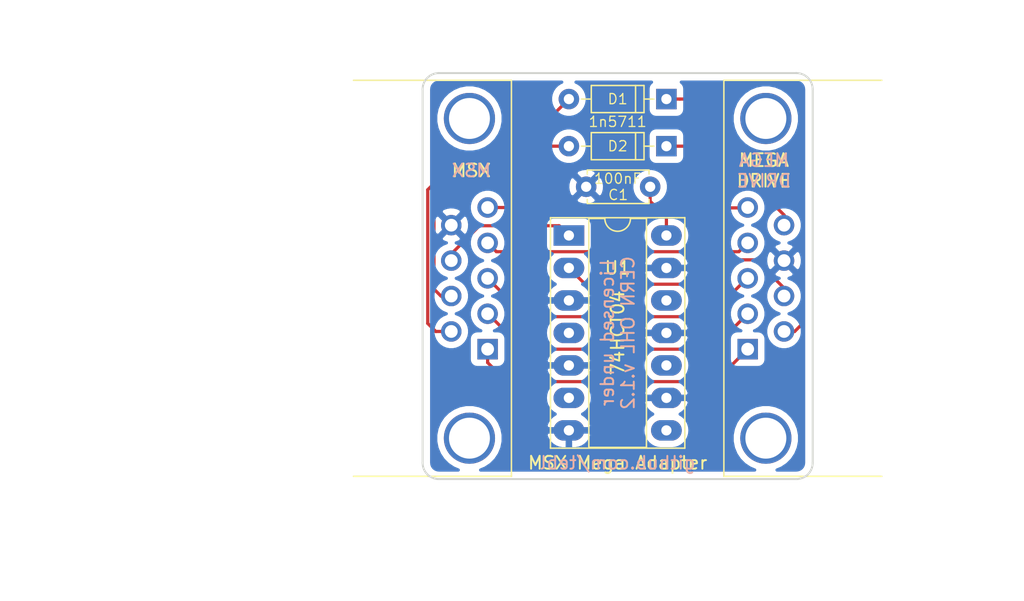
<source format=kicad_pcb>
(kicad_pcb (version 20171130) (host pcbnew "(5.1.8)-1")

  (general
    (thickness 1.6)
    (drawings 15)
    (tracks 56)
    (zones 0)
    (modules 6)
    (nets 13)
  )

  (page A4)
  (layers
    (0 F.Cu signal)
    (31 B.Cu signal)
    (32 B.Adhes user)
    (33 F.Adhes user)
    (34 B.Paste user)
    (35 F.Paste user)
    (36 B.SilkS user)
    (37 F.SilkS user)
    (38 B.Mask user)
    (39 F.Mask user)
    (40 Dwgs.User user)
    (41 Cmts.User user)
    (42 Eco1.User user)
    (43 Eco2.User user)
    (44 Edge.Cuts user)
    (45 Margin user)
    (46 B.CrtYd user)
    (47 F.CrtYd user)
    (48 B.Fab user)
    (49 F.Fab user)
  )

  (setup
    (last_trace_width 0.25)
    (trace_clearance 0.2)
    (zone_clearance 0.508)
    (zone_45_only no)
    (trace_min 0.2)
    (via_size 0.6)
    (via_drill 0.4)
    (via_min_size 0.4)
    (via_min_drill 0.3)
    (uvia_size 0.3)
    (uvia_drill 0.1)
    (uvias_allowed no)
    (uvia_min_size 0.2)
    (uvia_min_drill 0.1)
    (edge_width 0.15)
    (segment_width 0.2)
    (pcb_text_width 0.3)
    (pcb_text_size 1.5 1.5)
    (mod_edge_width 0.15)
    (mod_text_size 1 1)
    (mod_text_width 0.15)
    (pad_size 1.524 1.524)
    (pad_drill 0.762)
    (pad_to_mask_clearance 0)
    (aux_axis_origin 0 0)
    (visible_elements 7FFFFF7F)
    (pcbplotparams
      (layerselection 0x011fc_ffffffff)
      (usegerberextensions true)
      (usegerberattributes false)
      (usegerberadvancedattributes false)
      (creategerberjobfile false)
      (excludeedgelayer true)
      (linewidth 0.100000)
      (plotframeref false)
      (viasonmask false)
      (mode 1)
      (useauxorigin false)
      (hpglpennumber 1)
      (hpglpenspeed 20)
      (hpglpendiameter 15.000000)
      (psnegative false)
      (psa4output false)
      (plotreference true)
      (plotvalue true)
      (plotinvisibletext false)
      (padsonsilk false)
      (subtractmaskfromsilk false)
      (outputformat 1)
      (mirror false)
      (drillshape 0)
      (scaleselection 1)
      (outputdirectory "export"))
  )

  (net 0 "")
  (net 1 VCC)
  (net 2 GND)
  (net 3 DOWN)
  (net 4 LEFT)
  (net 5 RIGHT)
  (net 6 UP)
  (net 7 "Net-(D1-Pad1)")
  (net 8 TRIGGER2)
  (net 9 TRIGGER1)
  (net 10 "Net-(D2-Pad1)")
  (net 11 OUT)
  (net 12 "Net-(J2-Pad7)")

  (net_class Default "This is the default net class."
    (clearance 0.2)
    (trace_width 0.25)
    (via_dia 0.6)
    (via_drill 0.4)
    (uvia_dia 0.3)
    (uvia_drill 0.1)
    (add_net DOWN)
    (add_net GND)
    (add_net LEFT)
    (add_net "Net-(D1-Pad1)")
    (add_net "Net-(D2-Pad1)")
    (add_net "Net-(J2-Pad7)")
    (add_net OUT)
    (add_net RIGHT)
    (add_net TRIGGER1)
    (add_net TRIGGER2)
    (add_net UP)
    (add_net VCC)
  )

  (net_class Power ""
    (clearance 0.2)
    (trace_width 0.381)
    (via_dia 0.6)
    (via_drill 0.4)
    (uvia_dia 0.3)
    (uvia_drill 0.1)
  )

  (module Capacitors_THT:C_Disc_D4.7mm_W2.5mm_P5.00mm (layer F.Cu) (tedit 597BC7C2) (tstamp 5FCED085)
    (at 133.985 67.945 180)
    (descr "C, Disc series, Radial, pin pitch=5.00mm, , diameter*width=4.7*2.5mm^2, Capacitor, http://www.vishay.com/docs/45233/krseries.pdf")
    (tags "C Disc series Radial pin pitch 5.00mm  diameter 4.7mm width 2.5mm Capacitor")
    (path /5FD32F7C)
    (fp_text reference C1 (at 2.5 -0.635) (layer F.SilkS)
      (effects (font (size 0.8 0.8) (thickness 0.1)))
    )
    (fp_text value 100nF (at 2.54 0.635) (layer F.SilkS)
      (effects (font (size 0.8 0.8) (thickness 0.1)))
    )
    (fp_line (start 0.15 -1.25) (end 0.15 1.25) (layer F.Fab) (width 0.1))
    (fp_line (start 0.15 1.25) (end 4.85 1.25) (layer F.Fab) (width 0.1))
    (fp_line (start 4.85 1.25) (end 4.85 -1.25) (layer F.Fab) (width 0.1))
    (fp_line (start 4.85 -1.25) (end 0.15 -1.25) (layer F.Fab) (width 0.1))
    (fp_line (start 0.09 -1.31) (end 4.91 -1.31) (layer F.SilkS) (width 0.12))
    (fp_line (start 0.09 1.31) (end 4.91 1.31) (layer F.SilkS) (width 0.12))
    (fp_line (start 0.09 -1.31) (end 0.09 -0.996) (layer F.SilkS) (width 0.12))
    (fp_line (start 0.09 0.996) (end 0.09 1.31) (layer F.SilkS) (width 0.12))
    (fp_line (start 4.91 -1.31) (end 4.91 -0.996) (layer F.SilkS) (width 0.12))
    (fp_line (start 4.91 0.996) (end 4.91 1.31) (layer F.SilkS) (width 0.12))
    (fp_line (start -1.05 -1.6) (end -1.05 1.6) (layer F.CrtYd) (width 0.05))
    (fp_line (start -1.05 1.6) (end 6.05 1.6) (layer F.CrtYd) (width 0.05))
    (fp_line (start 6.05 1.6) (end 6.05 -1.6) (layer F.CrtYd) (width 0.05))
    (fp_line (start 6.05 -1.6) (end -1.05 -1.6) (layer F.CrtYd) (width 0.05))
    (fp_text user %R (at 2.5 0) (layer F.Fab)
      (effects (font (size 1 1) (thickness 0.15)))
    )
    (pad 2 thru_hole circle (at 5 0 180) (size 1.6 1.6) (drill 0.8) (layers *.Cu *.Mask)
      (net 2 GND))
    (pad 1 thru_hole circle (at 0 0 180) (size 1.6 1.6) (drill 0.8) (layers *.Cu *.Mask)
      (net 1 VCC))
    (model ${KISYS3DMOD}/Capacitors_THT.3dshapes/C_Disc_D4.7mm_W2.5mm_P5.00mm.wrl
      (at (xyz 0 0 0))
      (scale (xyz 1 1 1))
      (rotate (xyz 0 0 0))
    )
  )

  (module Housings_DIP:DIP-14_W7.62mm_Socket_LongPads (layer F.Cu) (tedit 59C78D6B) (tstamp 5FCED0E1)
    (at 127.635 71.755)
    (descr "14-lead though-hole mounted DIP package, row spacing 7.62 mm (300 mils), Socket, LongPads")
    (tags "THT DIP DIL PDIP 2.54mm 7.62mm 300mil Socket LongPads")
    (path /5FCFA488)
    (fp_text reference U1 (at 3.81 2.54) (layer F.SilkS)
      (effects (font (size 1 1) (thickness 0.15)))
    )
    (fp_text value 74HCT04 (at 3.81 7.62 90) (layer F.SilkS)
      (effects (font (size 1 1) (thickness 0.15)))
    )
    (fp_line (start 1.635 -1.27) (end 6.985 -1.27) (layer F.Fab) (width 0.1))
    (fp_line (start 6.985 -1.27) (end 6.985 16.51) (layer F.Fab) (width 0.1))
    (fp_line (start 6.985 16.51) (end 0.635 16.51) (layer F.Fab) (width 0.1))
    (fp_line (start 0.635 16.51) (end 0.635 -0.27) (layer F.Fab) (width 0.1))
    (fp_line (start 0.635 -0.27) (end 1.635 -1.27) (layer F.Fab) (width 0.1))
    (fp_line (start -1.27 -1.33) (end -1.27 16.57) (layer F.Fab) (width 0.1))
    (fp_line (start -1.27 16.57) (end 8.89 16.57) (layer F.Fab) (width 0.1))
    (fp_line (start 8.89 16.57) (end 8.89 -1.33) (layer F.Fab) (width 0.1))
    (fp_line (start 8.89 -1.33) (end -1.27 -1.33) (layer F.Fab) (width 0.1))
    (fp_line (start 2.81 -1.33) (end 1.56 -1.33) (layer F.SilkS) (width 0.12))
    (fp_line (start 1.56 -1.33) (end 1.56 16.57) (layer F.SilkS) (width 0.12))
    (fp_line (start 1.56 16.57) (end 6.06 16.57) (layer F.SilkS) (width 0.12))
    (fp_line (start 6.06 16.57) (end 6.06 -1.33) (layer F.SilkS) (width 0.12))
    (fp_line (start 6.06 -1.33) (end 4.81 -1.33) (layer F.SilkS) (width 0.12))
    (fp_line (start -1.44 -1.39) (end -1.44 16.63) (layer F.SilkS) (width 0.12))
    (fp_line (start -1.44 16.63) (end 9.06 16.63) (layer F.SilkS) (width 0.12))
    (fp_line (start 9.06 16.63) (end 9.06 -1.39) (layer F.SilkS) (width 0.12))
    (fp_line (start 9.06 -1.39) (end -1.44 -1.39) (layer F.SilkS) (width 0.12))
    (fp_line (start -1.55 -1.6) (end -1.55 16.85) (layer F.CrtYd) (width 0.05))
    (fp_line (start -1.55 16.85) (end 9.15 16.85) (layer F.CrtYd) (width 0.05))
    (fp_line (start 9.15 16.85) (end 9.15 -1.6) (layer F.CrtYd) (width 0.05))
    (fp_line (start 9.15 -1.6) (end -1.55 -1.6) (layer F.CrtYd) (width 0.05))
    (fp_text user %R (at 3.81 2.54) (layer F.Fab)
      (effects (font (size 1 1) (thickness 0.15)))
    )
    (fp_arc (start 3.81 -1.33) (end 2.81 -1.33) (angle -180) (layer F.SilkS) (width 0.12))
    (pad 14 thru_hole oval (at 7.62 0) (size 2.4 1.6) (drill 0.8) (layers *.Cu *.Mask)
      (net 1 VCC))
    (pad 7 thru_hole oval (at 0 15.24) (size 2.4 1.6) (drill 0.8) (layers *.Cu *.Mask)
      (net 2 GND))
    (pad 13 thru_hole oval (at 7.62 2.54) (size 2.4 1.6) (drill 0.8) (layers *.Cu *.Mask)
      (net 2 GND))
    (pad 6 thru_hole oval (at 0 12.7) (size 2.4 1.6) (drill 0.8) (layers *.Cu *.Mask))
    (pad 12 thru_hole oval (at 7.62 5.08) (size 2.4 1.6) (drill 0.8) (layers *.Cu *.Mask))
    (pad 5 thru_hole oval (at 0 10.16) (size 2.4 1.6) (drill 0.8) (layers *.Cu *.Mask)
      (net 2 GND))
    (pad 11 thru_hole oval (at 7.62 7.62) (size 2.4 1.6) (drill 0.8) (layers *.Cu *.Mask)
      (net 2 GND))
    (pad 4 thru_hole oval (at 0 7.62) (size 2.4 1.6) (drill 0.8) (layers *.Cu *.Mask))
    (pad 10 thru_hole oval (at 7.62 10.16) (size 2.4 1.6) (drill 0.8) (layers *.Cu *.Mask))
    (pad 3 thru_hole oval (at 0 5.08) (size 2.4 1.6) (drill 0.8) (layers *.Cu *.Mask)
      (net 2 GND))
    (pad 9 thru_hole oval (at 7.62 12.7) (size 2.4 1.6) (drill 0.8) (layers *.Cu *.Mask)
      (net 2 GND))
    (pad 2 thru_hole oval (at 0 2.54) (size 2.4 1.6) (drill 0.8) (layers *.Cu *.Mask)
      (net 12 "Net-(J2-Pad7)"))
    (pad 8 thru_hole oval (at 7.62 15.24) (size 2.4 1.6) (drill 0.8) (layers *.Cu *.Mask))
    (pad 1 thru_hole rect (at 0 0) (size 2.4 1.6) (drill 0.8) (layers *.Cu *.Mask)
      (net 11 OUT))
    (model ${KISYS3DMOD}/Housings_DIP.3dshapes/DIP-14_W7.62mm_Socket.wrl
      (at (xyz 0 0 0))
      (scale (xyz 1 1 1))
      (rotate (xyz 0 0 0))
    )
  )

  (module RND:DSUB-9_Female_Horizontal_P2.77x2.84mm_EdgePinOffset7.70mm_Housed_MountingHolesOffset9.12mm (layer F.Cu) (tedit 5DA6297E) (tstamp 5D11216C)
    (at 121.285 80.645 270)
    (descr "9-pin D-Sub connector, horizontal/angled (90 deg), THT-mount, female, pitch 2.77x2.84mm, pin-PCB-offset 7.699999999999999mm, distance of mounting holes 25mm, distance of mounting holes to PCB edge 9.12mm, see https://disti-assets.s3.amazonaws.com/tonar/files/datasheets/16730.pdf")
    (tags "9-pin D-Sub connector horizontal angled 90deg THT female pitch 2.77x2.84mm pin-PCB-offset 7.699999999999999mm mounting-holes-distance 25mm mounting-hole-offset 25mm")
    (path /5D1376D7)
    (fp_text reference J1 (at -5.54 -2.8 270) (layer F.SilkS) hide
      (effects (font (size 1 1) (thickness 0.15)))
    )
    (fp_text value MSX (at -22.86 1.27) (layer F.Fab)
      (effects (font (size 1 1) (thickness 0.15)))
    )
    (fp_line (start 10.4 -2.35) (end -21.5 -2.35) (layer F.CrtYd) (width 0.05))
    (fp_line (start 10.4 17.65) (end 10.4 -2.35) (layer F.CrtYd) (width 0.05))
    (fp_line (start -21.5 17.65) (end 10.4 17.65) (layer F.CrtYd) (width 0.05))
    (fp_line (start -21.5 -2.35) (end -21.5 17.65) (layer F.CrtYd) (width 0.05))
    (fp_line (start 9.945 -1.86) (end 9.945 10.48) (layer F.SilkS) (width 0.12))
    (fp_line (start -21.025 -1.86) (end 9.945 -1.86) (layer F.SilkS) (width 0.12))
    (fp_line (start -21.025 10.48) (end -21.025 -1.86) (layer F.SilkS) (width 0.12))
    (fp_line (start 8.56 10.54) (end 8.56 1.42) (layer F.Fab) (width 0.1))
    (fp_line (start 5.36 10.54) (end 5.36 1.42) (layer F.Fab) (width 0.1))
    (fp_line (start -16.44 10.54) (end -16.44 1.42) (layer F.Fab) (width 0.1))
    (fp_line (start -19.64 10.54) (end -19.64 1.42) (layer F.Fab) (width 0.1))
    (fp_line (start 9.46 10.94) (end 4.46 10.94) (layer F.Fab) (width 0.1))
    (fp_line (start 9.46 15.94) (end 9.46 10.94) (layer F.Fab) (width 0.1))
    (fp_line (start 4.46 15.94) (end 9.46 15.94) (layer F.Fab) (width 0.1))
    (fp_line (start 4.46 10.94) (end 4.46 15.94) (layer F.Fab) (width 0.1))
    (fp_line (start -15.54 10.94) (end -20.54 10.94) (layer F.Fab) (width 0.1))
    (fp_line (start -15.54 15.94) (end -15.54 10.94) (layer F.Fab) (width 0.1))
    (fp_line (start -20.54 15.94) (end -15.54 15.94) (layer F.Fab) (width 0.1))
    (fp_line (start -20.54 10.94) (end -20.54 15.94) (layer F.Fab) (width 0.1))
    (fp_line (start 2.61 10.94) (end -13.69 10.94) (layer F.Fab) (width 0.1))
    (fp_line (start 2.61 17.11) (end 2.61 10.94) (layer F.Fab) (width 0.1))
    (fp_line (start -13.69 17.11) (end 2.61 17.11) (layer F.Fab) (width 0.1))
    (fp_line (start -13.69 10.94) (end -13.69 17.11) (layer F.Fab) (width 0.1))
    (fp_line (start 9.885 10.54) (end -20.965 10.54) (layer F.Fab) (width 0.1))
    (fp_line (start 9.885 10.94) (end 9.885 10.54) (layer F.Fab) (width 0.1))
    (fp_line (start -20.965 10.94) (end 9.885 10.94) (layer F.Fab) (width 0.1))
    (fp_line (start -20.965 10.54) (end -20.965 10.94) (layer F.Fab) (width 0.1))
    (fp_line (start 9.885 -1.8) (end -20.965 -1.8) (layer F.Fab) (width 0.1))
    (fp_line (start 9.885 10.54) (end 9.885 -1.8) (layer F.Fab) (width 0.1))
    (fp_line (start -20.965 10.54) (end 9.885 10.54) (layer F.Fab) (width 0.1))
    (fp_line (start -20.965 -1.8) (end -20.965 10.54) (layer F.Fab) (width 0.1))
    (fp_arc (start -18.04 1.42) (end -19.64 1.42) (angle 180) (layer F.Fab) (width 0.1))
    (fp_arc (start 6.96 1.42) (end 5.36 1.42) (angle 180) (layer F.Fab) (width 0.1))
    (fp_text user %R (at -5.54 14.025 270) (layer F.Fab)
      (effects (font (size 1 1) (thickness 0.15)))
    )
    (pad 1 thru_hole rect (at 0 0 270) (size 1.6 1.6) (drill 1) (layers *.Cu *.Mask)
      (net 6 UP))
    (pad 2 thru_hole circle (at -2.77 0 270) (size 1.6 1.6) (drill 1) (layers *.Cu *.Mask)
      (net 3 DOWN))
    (pad 3 thru_hole circle (at -5.54 0 270) (size 1.6 1.6) (drill 1) (layers *.Cu *.Mask)
      (net 4 LEFT))
    (pad 4 thru_hole circle (at -8.31 0 270) (size 1.6 1.6) (drill 1) (layers *.Cu *.Mask)
      (net 5 RIGHT))
    (pad 5 thru_hole circle (at -11.08 0 270) (size 1.6 1.6) (drill 1) (layers *.Cu *.Mask)
      (net 1 VCC))
    (pad 6 thru_hole circle (at -1.385 2.84 270) (size 1.6 1.6) (drill 1) (layers *.Cu *.Mask)
      (net 9 TRIGGER1))
    (pad 7 thru_hole circle (at -4.155 2.84 270) (size 1.6 1.6) (drill 1) (layers *.Cu *.Mask)
      (net 8 TRIGGER2))
    (pad 8 thru_hole circle (at -6.925 2.84 270) (size 1.6 1.6) (drill 1) (layers *.Cu *.Mask)
      (net 11 OUT))
    (pad 9 thru_hole circle (at -9.695 2.84 270) (size 1.6 1.6) (drill 1) (layers *.Cu *.Mask)
      (net 2 GND))
    (pad 0 thru_hole circle (at -18.04 1.42 270) (size 4 4) (drill 3.2) (layers *.Cu *.Mask))
    (pad 0 thru_hole circle (at 6.96 1.42 270) (size 4 4) (drill 3.2) (layers *.Cu *.Mask))
    (model ${KISYS3DMOD}/Connector_Dsub.3dshapes/DSUB-9_Female_Horizontal_P2.77x2.84mm_EdgePinOffset7.70mm_Housed_MountingHolesOffset9.12mm.wrl
      (at (xyz 0 0 0))
      (scale (xyz 1 1 1))
      (rotate (xyz 0 0 0))
    )
  )

  (module RND:DSUB-9_Male_Horizontal_P2.77x2.84mm_EdgePinOffset7.70mm_Housed_MountingHolesOffset9.12mm (layer F.Cu) (tedit 5DA62972) (tstamp 5DA618ED)
    (at 141.605 80.645 90)
    (descr "9-pin D-Sub connector, horizontal/angled (90 deg), THT-mount, male, pitch 2.77x2.84mm, pin-PCB-offset 7.699999999999999mm, distance of mounting holes 25mm, distance of mounting holes to PCB edge 9.12mm, see https://disti-assets.s3.amazonaws.com/tonar/files/datasheets/16730.pdf")
    (tags "9-pin D-Sub connector horizontal angled 90deg THT male pitch 2.77x2.84mm pin-PCB-offset 7.699999999999999mm mounting-holes-distance 25mm mounting-hole-offset 25mm")
    (path /5D1378A3)
    (fp_text reference J2 (at 5.54 -2.8 90) (layer F.SilkS) hide
      (effects (font (size 1 1) (thickness 0.15)))
    )
    (fp_text value "Mega Drive" (at 22.86 1.27 180) (layer F.Fab)
      (effects (font (size 1 1) (thickness 0.15)))
    )
    (fp_line (start 21.5 -2.35) (end -10.4 -2.35) (layer F.CrtYd) (width 0.05))
    (fp_line (start 21.5 17.45) (end 21.5 -2.35) (layer F.CrtYd) (width 0.05))
    (fp_line (start -10.4 17.45) (end 21.5 17.45) (layer F.CrtYd) (width 0.05))
    (fp_line (start -10.4 -2.35) (end -10.4 17.45) (layer F.CrtYd) (width 0.05))
    (fp_line (start 21.025 -1.86) (end 21.025 10.48) (layer F.SilkS) (width 0.12))
    (fp_line (start -9.945 -1.86) (end 21.025 -1.86) (layer F.SilkS) (width 0.12))
    (fp_line (start -9.945 10.48) (end -9.945 -1.86) (layer F.SilkS) (width 0.12))
    (fp_line (start 19.64 10.54) (end 19.64 1.42) (layer F.Fab) (width 0.1))
    (fp_line (start 16.44 10.54) (end 16.44 1.42) (layer F.Fab) (width 0.1))
    (fp_line (start -5.36 10.54) (end -5.36 1.42) (layer F.Fab) (width 0.1))
    (fp_line (start -8.56 10.54) (end -8.56 1.42) (layer F.Fab) (width 0.1))
    (fp_line (start 20.54 10.94) (end 15.54 10.94) (layer F.Fab) (width 0.1))
    (fp_line (start 20.54 15.94) (end 20.54 10.94) (layer F.Fab) (width 0.1))
    (fp_line (start 15.54 15.94) (end 20.54 15.94) (layer F.Fab) (width 0.1))
    (fp_line (start 15.54 10.94) (end 15.54 15.94) (layer F.Fab) (width 0.1))
    (fp_line (start -4.46 10.94) (end -9.46 10.94) (layer F.Fab) (width 0.1))
    (fp_line (start -4.46 15.94) (end -4.46 10.94) (layer F.Fab) (width 0.1))
    (fp_line (start -9.46 15.94) (end -4.46 15.94) (layer F.Fab) (width 0.1))
    (fp_line (start -9.46 10.94) (end -9.46 15.94) (layer F.Fab) (width 0.1))
    (fp_line (start 13.69 10.94) (end -2.61 10.94) (layer F.Fab) (width 0.1))
    (fp_line (start 13.69 16.94) (end 13.69 10.94) (layer F.Fab) (width 0.1))
    (fp_line (start -2.61 16.94) (end 13.69 16.94) (layer F.Fab) (width 0.1))
    (fp_line (start -2.61 10.94) (end -2.61 16.94) (layer F.Fab) (width 0.1))
    (fp_line (start 20.965 10.54) (end -9.885 10.54) (layer F.Fab) (width 0.1))
    (fp_line (start 20.965 10.94) (end 20.965 10.54) (layer F.Fab) (width 0.1))
    (fp_line (start -9.885 10.94) (end 20.965 10.94) (layer F.Fab) (width 0.1))
    (fp_line (start -9.885 10.54) (end -9.885 10.94) (layer F.Fab) (width 0.1))
    (fp_line (start 20.965 -1.8) (end -9.885 -1.8) (layer F.Fab) (width 0.1))
    (fp_line (start 20.965 10.54) (end 20.965 -1.8) (layer F.Fab) (width 0.1))
    (fp_line (start -9.885 10.54) (end 20.965 10.54) (layer F.Fab) (width 0.1))
    (fp_line (start -9.885 -1.8) (end -9.885 10.54) (layer F.Fab) (width 0.1))
    (fp_arc (start -6.96 1.42) (end -8.56 1.42) (angle 180) (layer F.Fab) (width 0.1))
    (fp_arc (start 18.04 1.42) (end 16.44 1.42) (angle 180) (layer F.Fab) (width 0.1))
    (fp_text user %R (at 5.54 13.94 90) (layer F.Fab)
      (effects (font (size 1 1) (thickness 0.15)))
    )
    (pad 1 thru_hole rect (at 0 0 90) (size 1.6 1.6) (drill 1) (layers *.Cu *.Mask)
      (net 6 UP))
    (pad 2 thru_hole circle (at 2.77 0 90) (size 1.6 1.6) (drill 1) (layers *.Cu *.Mask)
      (net 3 DOWN))
    (pad 3 thru_hole circle (at 5.54 0 90) (size 1.6 1.6) (drill 1) (layers *.Cu *.Mask)
      (net 4 LEFT))
    (pad 4 thru_hole circle (at 8.31 0 90) (size 1.6 1.6) (drill 1) (layers *.Cu *.Mask)
      (net 5 RIGHT))
    (pad 5 thru_hole circle (at 11.08 0 90) (size 1.6 1.6) (drill 1) (layers *.Cu *.Mask)
      (net 1 VCC))
    (pad 6 thru_hole circle (at 1.385 2.84 90) (size 1.6 1.6) (drill 1) (layers *.Cu *.Mask)
      (net 7 "Net-(D1-Pad1)"))
    (pad 7 thru_hole circle (at 4.155 2.84 90) (size 1.6 1.6) (drill 1) (layers *.Cu *.Mask)
      (net 12 "Net-(J2-Pad7)"))
    (pad 8 thru_hole circle (at 6.925 2.84 90) (size 1.6 1.6) (drill 1) (layers *.Cu *.Mask)
      (net 2 GND))
    (pad 9 thru_hole circle (at 9.695 2.84 90) (size 1.6 1.6) (drill 1) (layers *.Cu *.Mask)
      (net 10 "Net-(D2-Pad1)"))
    (pad 0 thru_hole circle (at -6.96 1.42 90) (size 4 4) (drill 3.2) (layers *.Cu *.Mask))
    (pad 0 thru_hole circle (at 18.04 1.42 90) (size 4 4) (drill 3.2) (layers *.Cu *.Mask))
    (model ${KISYS3DMOD}/Connector_Dsub.3dshapes/DSUB-9_Male_Horizontal_P2.77x2.84mm_EdgePinOffset7.70mm_Housed_MountingHolesOffset9.12mm.wrl
      (at (xyz 0 0 0))
      (scale (xyz 1 1 1))
      (rotate (xyz 0 0 0))
    )
  )

  (module Diodes_THT:D_DO-35_SOD27_P7.62mm_Horizontal (layer F.Cu) (tedit 5921392F) (tstamp 5FCED598)
    (at 135.255 64.77 180)
    (descr "D, DO-35_SOD27 series, Axial, Horizontal, pin pitch=7.62mm, , length*diameter=4*2mm^2, , http://www.diodes.com/_files/packages/DO-35.pdf")
    (tags "D DO-35_SOD27 series Axial Horizontal pin pitch 7.62mm  length 4mm diameter 2mm")
    (path /5FD1D1D6)
    (fp_text reference D2 (at 3.81 0) (layer F.SilkS)
      (effects (font (size 0.8 0.8) (thickness 0.1)))
    )
    (fp_text value 1n5711 (at 3.81 1.905) (layer F.SilkS)
      (effects (font (size 0.8 0.8) (thickness 0.1)))
    )
    (fp_line (start 8.7 -1.35) (end -1.05 -1.35) (layer F.CrtYd) (width 0.05))
    (fp_line (start 8.7 1.35) (end 8.7 -1.35) (layer F.CrtYd) (width 0.05))
    (fp_line (start -1.05 1.35) (end 8.7 1.35) (layer F.CrtYd) (width 0.05))
    (fp_line (start -1.05 -1.35) (end -1.05 1.35) (layer F.CrtYd) (width 0.05))
    (fp_line (start 2.41 -1.06) (end 2.41 1.06) (layer F.SilkS) (width 0.12))
    (fp_line (start 6.64 0) (end 5.87 0) (layer F.SilkS) (width 0.12))
    (fp_line (start 0.98 0) (end 1.75 0) (layer F.SilkS) (width 0.12))
    (fp_line (start 5.87 -1.06) (end 1.75 -1.06) (layer F.SilkS) (width 0.12))
    (fp_line (start 5.87 1.06) (end 5.87 -1.06) (layer F.SilkS) (width 0.12))
    (fp_line (start 1.75 1.06) (end 5.87 1.06) (layer F.SilkS) (width 0.12))
    (fp_line (start 1.75 -1.06) (end 1.75 1.06) (layer F.SilkS) (width 0.12))
    (fp_line (start 2.41 -1) (end 2.41 1) (layer F.Fab) (width 0.1))
    (fp_line (start 7.62 0) (end 5.81 0) (layer F.Fab) (width 0.1))
    (fp_line (start 0 0) (end 1.81 0) (layer F.Fab) (width 0.1))
    (fp_line (start 5.81 -1) (end 1.81 -1) (layer F.Fab) (width 0.1))
    (fp_line (start 5.81 1) (end 5.81 -1) (layer F.Fab) (width 0.1))
    (fp_line (start 1.81 1) (end 5.81 1) (layer F.Fab) (width 0.1))
    (fp_line (start 1.81 -1) (end 1.81 1) (layer F.Fab) (width 0.1))
    (fp_text user %R (at 3.81 0) (layer F.Fab)
      (effects (font (size 1 1) (thickness 0.15)))
    )
    (pad 1 thru_hole rect (at 0 0 180) (size 1.6 1.6) (drill 0.8) (layers *.Cu *.Mask)
      (net 10 "Net-(D2-Pad1)"))
    (pad 2 thru_hole oval (at 7.62 0 180) (size 1.6 1.6) (drill 0.8) (layers *.Cu *.Mask)
      (net 8 TRIGGER2))
    (model ${KISYS3DMOD}/Diodes_THT.3dshapes/D_DO-35_SOD27_P7.62mm_Horizontal.wrl
      (at (xyz 0 0 0))
      (scale (xyz 0.393701 0.393701 0.393701))
      (rotate (xyz 0 0 0))
    )
  )

  (module Diodes_THT:D_DO-35_SOD27_P7.62mm_Horizontal (layer F.Cu) (tedit 5921392F) (tstamp 5FCEDE50)
    (at 135.255 61.087 180)
    (descr "D, DO-35_SOD27 series, Axial, Horizontal, pin pitch=7.62mm, , length*diameter=4*2mm^2, , http://www.diodes.com/_files/packages/DO-35.pdf")
    (tags "D DO-35_SOD27 series Axial Horizontal pin pitch 7.62mm  length 4mm diameter 2mm")
    (path /5FD14BDE)
    (fp_text reference D1 (at 3.81 0) (layer F.SilkS)
      (effects (font (size 0.8 0.8) (thickness 0.1)))
    )
    (fp_text value 1n5711 (at 3.81 -3.683) (layer F.Fab)
      (effects (font (size 0.8 0.8) (thickness 0.1)))
    )
    (fp_line (start 1.81 -1) (end 1.81 1) (layer F.Fab) (width 0.1))
    (fp_line (start 1.81 1) (end 5.81 1) (layer F.Fab) (width 0.1))
    (fp_line (start 5.81 1) (end 5.81 -1) (layer F.Fab) (width 0.1))
    (fp_line (start 5.81 -1) (end 1.81 -1) (layer F.Fab) (width 0.1))
    (fp_line (start 0 0) (end 1.81 0) (layer F.Fab) (width 0.1))
    (fp_line (start 7.62 0) (end 5.81 0) (layer F.Fab) (width 0.1))
    (fp_line (start 2.41 -1) (end 2.41 1) (layer F.Fab) (width 0.1))
    (fp_line (start 1.75 -1.06) (end 1.75 1.06) (layer F.SilkS) (width 0.12))
    (fp_line (start 1.75 1.06) (end 5.87 1.06) (layer F.SilkS) (width 0.12))
    (fp_line (start 5.87 1.06) (end 5.87 -1.06) (layer F.SilkS) (width 0.12))
    (fp_line (start 5.87 -1.06) (end 1.75 -1.06) (layer F.SilkS) (width 0.12))
    (fp_line (start 0.98 0) (end 1.75 0) (layer F.SilkS) (width 0.12))
    (fp_line (start 6.64 0) (end 5.87 0) (layer F.SilkS) (width 0.12))
    (fp_line (start 2.41 -1.06) (end 2.41 1.06) (layer F.SilkS) (width 0.12))
    (fp_line (start -1.05 -1.35) (end -1.05 1.35) (layer F.CrtYd) (width 0.05))
    (fp_line (start -1.05 1.35) (end 8.7 1.35) (layer F.CrtYd) (width 0.05))
    (fp_line (start 8.7 1.35) (end 8.7 -1.35) (layer F.CrtYd) (width 0.05))
    (fp_line (start 8.7 -1.35) (end -1.05 -1.35) (layer F.CrtYd) (width 0.05))
    (fp_text user %R (at 3.81 0) (layer F.Fab)
      (effects (font (size 1 1) (thickness 0.15)))
    )
    (pad 2 thru_hole oval (at 7.62 0 180) (size 1.6 1.6) (drill 0.8) (layers *.Cu *.Mask)
      (net 9 TRIGGER1))
    (pad 1 thru_hole rect (at 0 0 180) (size 1.6 1.6) (drill 0.8) (layers *.Cu *.Mask)
      (net 7 "Net-(D1-Pad1)"))
    (model ${KISYS3DMOD}/Diodes_THT.3dshapes/D_DO-35_SOD27_P7.62mm_Horizontal.wrl
      (at (xyz 0 0 0))
      (scale (xyz 0.393701 0.393701 0.393701))
      (rotate (xyz 0 0 0))
    )
  )

  (gr_text "MEGA\nDRIVE" (at 142.875 66.675) (layer F.SilkS) (tstamp 5FCEE517)
    (effects (font (size 1 1) (thickness 0.15)))
  )
  (gr_text MSX (at 120.015 66.675) (layer F.SilkS) (tstamp 5FCEE4DC)
    (effects (font (size 1 1) (thickness 0.15)))
  )
  (gr_text github.com/tebl (at 131.445 89.535) (layer B.SilkS) (tstamp 5FCEDF0A)
    (effects (font (size 1 1) (thickness 0.15)) (justify mirror))
  )
  (gr_text "MSX Mega Adapter" (at 131.445 89.535) (layer F.SilkS) (tstamp 5FCEDF05)
    (effects (font (size 1 1) (thickness 0.15)))
  )
  (gr_text "MEGA\nDRIVE" (at 142.875 66.675) (layer B.SilkS)
    (effects (font (size 1 1) (thickness 0.15)) (justify mirror))
  )
  (gr_text MSX (at 120.015 66.675) (layer B.SilkS)
    (effects (font (size 1 1) (thickness 0.15)) (justify mirror))
  )
  (gr_line (start 116.205 89.535) (end 116.205 60.325) (angle 90) (layer Edge.Cuts) (width 0.15))
  (gr_line (start 145.415 90.805) (end 117.475 90.805) (angle 90) (layer Edge.Cuts) (width 0.15))
  (gr_line (start 146.685 60.325) (end 146.685 89.535) (angle 90) (layer Edge.Cuts) (width 0.15))
  (gr_line (start 117.475 59.055) (end 145.415 59.055) (angle 90) (layer Edge.Cuts) (width 0.15) (tstamp 5FCEDB0D))
  (gr_arc (start 117.475 89.535) (end 117.475 90.805) (angle 90) (layer Edge.Cuts) (width 0.15))
  (gr_arc (start 117.475 60.325) (end 116.205 60.325) (angle 90) (layer Edge.Cuts) (width 0.15))
  (gr_arc (start 145.415 60.325) (end 145.415 59.055) (angle 90) (layer Edge.Cuts) (width 0.15))
  (gr_arc (start 145.415 89.535) (end 146.685 89.535) (angle 90) (layer Edge.Cuts) (width 0.15))
  (gr_text "Licensed under\nCERN OHL v.1.2" (at 131.445 79.375 90) (layer B.SilkS) (tstamp 5FCED29E)
    (effects (font (size 1 1) (thickness 0.15)) (justify mirror))
  )

  (segment (start 134.50463 69.596) (end 134.62 69.596) (width 0.25) (layer F.Cu) (net 1))
  (segment (start 133.985 67.945) (end 133.985 69.07637) (width 0.25) (layer F.Cu) (net 1) (status 10))
  (segment (start 133.985 69.07637) (end 134.50463 69.596) (width 0.25) (layer F.Cu) (net 1))
  (segment (start 121.285 69.565) (end 134.62 69.596) (width 0.25) (layer F.Cu) (net 1) (status 10))
  (segment (start 135.255 70.104) (end 135.255 71.755) (width 0.25) (layer F.Cu) (net 1) (status 20))
  (segment (start 134.62 69.596) (end 134.747 69.596) (width 0.25) (layer F.Cu) (net 1))
  (segment (start 134.747 69.596) (end 135.255 70.104) (width 0.25) (layer F.Cu) (net 1))
  (segment (start 141.574 69.596) (end 134.747 69.596) (width 0.25) (layer F.Cu) (net 1) (status 10))
  (segment (start 141.605 69.565) (end 141.574 69.596) (width 0.25) (layer F.Cu) (net 1) (status 30))
  (segment (start 124.079 80.645) (end 138.835 80.645) (width 0.25) (layer F.Cu) (net 3))
  (segment (start 138.835 80.645) (end 141.605 77.875) (width 0.25) (layer F.Cu) (net 3) (status 20))
  (segment (start 121.285 77.875) (end 121.309 77.875) (width 0.25) (layer F.Cu) (net 3) (status 30))
  (segment (start 121.309 77.875) (end 124.079 80.645) (width 0.25) (layer F.Cu) (net 3) (status 10))
  (segment (start 141.557 75.105) (end 141.605 75.105) (width 0.25) (layer F.Cu) (net 4) (status 30))
  (segment (start 121.285 75.105) (end 124.285 78.105) (width 0.25) (layer F.Cu) (net 4) (status 10))
  (segment (start 138.557 78.105) (end 141.557 75.105) (width 0.25) (layer F.Cu) (net 4) (status 20))
  (segment (start 124.285 78.105) (end 138.557 78.105) (width 0.25) (layer F.Cu) (net 4))
  (segment (start 140.915 73.025) (end 141.605 72.335) (width 0.25) (layer F.Cu) (net 5) (status 20))
  (segment (start 121.285 72.335) (end 121.975 73.025) (width 0.25) (layer F.Cu) (net 5) (status 10))
  (segment (start 121.975 73.025) (end 140.915 73.025) (width 0.25) (layer F.Cu) (net 5))
  (segment (start 139.065 83.185) (end 141.605 80.645) (width 0.25) (layer F.Cu) (net 6) (status 20))
  (segment (start 122.775 83.185) (end 139.065 83.185) (width 0.25) (layer F.Cu) (net 6))
  (segment (start 121.285 80.645) (end 121.285 81.695) (width 0.25) (layer F.Cu) (net 6) (status 10))
  (segment (start 121.285 81.695) (end 122.775 83.185) (width 0.25) (layer F.Cu) (net 6))
  (segment (start 136.305 61.087) (end 135.255 61.087) (width 0.25) (layer F.Cu) (net 7) (status 20))
  (segment (start 145.276 79.26) (end 145.923 78.613) (width 0.25) (layer F.Cu) (net 7))
  (segment (start 144.445 79.26) (end 145.276 79.26) (width 0.25) (layer F.Cu) (net 7) (status 10))
  (segment (start 145.923 70.104) (end 136.906 61.087) (width 0.25) (layer F.Cu) (net 7))
  (segment (start 145.923 78.613) (end 145.923 70.104) (width 0.25) (layer F.Cu) (net 7))
  (segment (start 136.906 61.087) (end 136.305 61.087) (width 0.25) (layer F.Cu) (net 7))
  (segment (start 117.638 76.49) (end 117.094 75.946) (width 0.25) (layer F.Cu) (net 8))
  (segment (start 118.445 76.49) (end 117.638 76.49) (width 0.25) (layer F.Cu) (net 8) (status 10))
  (segment (start 117.094 68.58) (end 117.729 67.945) (width 0.25) (layer F.Cu) (net 8))
  (segment (start 117.094 75.946) (end 117.094 68.58) (width 0.25) (layer F.Cu) (net 8))
  (segment (start 125.73 64.77) (end 122.555 67.945) (width 0.25) (layer F.Cu) (net 8))
  (segment (start 127.635 64.77) (end 125.73 64.77) (width 0.25) (layer F.Cu) (net 8) (status 10))
  (segment (start 117.729 67.945) (end 122.555 67.945) (width 0.25) (layer F.Cu) (net 8))
  (segment (start 121.539 67.183) (end 117.602 67.183) (width 0.25) (layer F.Cu) (net 9))
  (segment (start 117.602 67.183) (end 116.60501 68.17999) (width 0.25) (layer F.Cu) (net 9))
  (segment (start 127.635 61.087) (end 121.539 67.183) (width 0.25) (layer F.Cu) (net 9) (status 10))
  (segment (start 117.233 79.26) (end 118.445 79.26) (width 0.25) (layer F.Cu) (net 9) (status 20))
  (segment (start 116.60501 78.63201) (end 117.233 79.26) (width 0.25) (layer F.Cu) (net 9))
  (segment (start 116.60501 68.17999) (end 116.60501 78.63201) (width 0.25) (layer F.Cu) (net 9))
  (segment (start 144.445 70.15) (end 144.445 70.95) (width 0.25) (layer F.Cu) (net 10) (status 30))
  (segment (start 135.255 64.77) (end 139.065 64.77) (width 0.25) (layer F.Cu) (net 10) (status 10))
  (segment (start 139.065 64.77) (end 144.445 70.15) (width 0.25) (layer F.Cu) (net 10) (status 20))
  (segment (start 120.65 70.993) (end 126.873 70.993) (width 0.25) (layer F.Cu) (net 11) (status 20))
  (segment (start 118.445 73.72) (end 118.445 73.198) (width 0.25) (layer F.Cu) (net 11) (status 30))
  (segment (start 126.873 70.993) (end 127.635 71.755) (width 0.25) (layer F.Cu) (net 11) (status 30))
  (segment (start 118.445 73.198) (end 120.65 70.993) (width 0.25) (layer F.Cu) (net 11) (status 10))
  (segment (start 128.905 75.565) (end 139.065 75.565) (width 0.25) (layer F.Cu) (net 12))
  (segment (start 144.445 75.865) (end 144.445 76.49) (width 0.25) (layer F.Cu) (net 12) (status 30))
  (segment (start 139.065 75.565) (end 140.97 73.66) (width 0.25) (layer F.Cu) (net 12))
  (segment (start 142.24 73.66) (end 144.445 75.865) (width 0.25) (layer F.Cu) (net 12) (status 20))
  (segment (start 127.635 74.295) (end 128.905 75.565) (width 0.25) (layer F.Cu) (net 12) (status 10))
  (segment (start 140.97 73.66) (end 142.24 73.66) (width 0.25) (layer F.Cu) (net 12))

  (zone (net 2) (net_name GND) (layer B.Cu) (tstamp 5FCEE613) (hatch edge 0.508)
    (connect_pads (clearance 0.508))
    (min_thickness 0.254)
    (fill yes (arc_segments 16) (thermal_gap 0.508) (thermal_bridge_width 0.508))
    (polygon
      (pts
        (xy 83.185 53.34) (xy 163.195 53.34) (xy 163.195 100.33) (xy 83.185 100.33)
      )
    )
    (filled_polygon
      (pts
        (xy 126.955273 59.81532) (xy 126.720241 59.972363) (xy 126.520363 60.172241) (xy 126.36332 60.407273) (xy 126.255147 60.668426)
        (xy 126.2 60.945665) (xy 126.2 61.228335) (xy 126.255147 61.505574) (xy 126.36332 61.766727) (xy 126.520363 62.001759)
        (xy 126.720241 62.201637) (xy 126.955273 62.35868) (xy 127.216426 62.466853) (xy 127.493665 62.522) (xy 127.776335 62.522)
        (xy 128.053574 62.466853) (xy 128.314727 62.35868) (xy 128.549759 62.201637) (xy 128.749637 62.001759) (xy 128.90668 61.766727)
        (xy 129.014853 61.505574) (xy 129.07 61.228335) (xy 129.07 60.945665) (xy 129.014853 60.668426) (xy 128.90668 60.407273)
        (xy 128.749637 60.172241) (xy 128.549759 59.972363) (xy 128.314727 59.81532) (xy 128.193244 59.765) (xy 134.090104 59.765)
        (xy 134.003815 59.835815) (xy 133.924463 59.932506) (xy 133.865498 60.04282) (xy 133.829188 60.162518) (xy 133.816928 60.287)
        (xy 133.816928 61.887) (xy 133.829188 62.011482) (xy 133.865498 62.13118) (xy 133.924463 62.241494) (xy 134.003815 62.338185)
        (xy 134.100506 62.417537) (xy 134.21082 62.476502) (xy 134.330518 62.512812) (xy 134.455 62.525072) (xy 136.055 62.525072)
        (xy 136.179482 62.512812) (xy 136.29918 62.476502) (xy 136.409494 62.417537) (xy 136.497302 62.345475) (xy 140.39 62.345475)
        (xy 140.39 62.864525) (xy 140.491261 63.373601) (xy 140.689893 63.853141) (xy 140.978262 64.284715) (xy 141.345285 64.651738)
        (xy 141.776859 64.940107) (xy 142.256399 65.138739) (xy 142.765475 65.24) (xy 143.284525 65.24) (xy 143.793601 65.138739)
        (xy 144.273141 64.940107) (xy 144.704715 64.651738) (xy 145.071738 64.284715) (xy 145.360107 63.853141) (xy 145.558739 63.373601)
        (xy 145.66 62.864525) (xy 145.66 62.345475) (xy 145.558739 61.836399) (xy 145.360107 61.356859) (xy 145.071738 60.925285)
        (xy 144.704715 60.558262) (xy 144.273141 60.269893) (xy 143.793601 60.071261) (xy 143.284525 59.97) (xy 142.765475 59.97)
        (xy 142.256399 60.071261) (xy 141.776859 60.269893) (xy 141.345285 60.558262) (xy 140.978262 60.925285) (xy 140.689893 61.356859)
        (xy 140.491261 61.836399) (xy 140.39 62.345475) (xy 136.497302 62.345475) (xy 136.506185 62.338185) (xy 136.585537 62.241494)
        (xy 136.644502 62.13118) (xy 136.680812 62.011482) (xy 136.693072 61.887) (xy 136.693072 60.287) (xy 136.680812 60.162518)
        (xy 136.644502 60.04282) (xy 136.585537 59.932506) (xy 136.506185 59.835815) (xy 136.419896 59.765) (xy 145.38028 59.765)
        (xy 145.523109 59.779005) (xy 145.627101 59.810402) (xy 145.723014 59.861399) (xy 145.807194 59.930055) (xy 145.87644 60.013758)
        (xy 145.928105 60.109311) (xy 145.960227 60.213078) (xy 145.975 60.353641) (xy 145.975001 89.50027) (xy 145.960995 89.643109)
        (xy 145.929599 89.747099) (xy 145.878601 89.843013) (xy 145.809941 89.927199) (xy 145.726243 89.996439) (xy 145.630689 90.048105)
        (xy 145.526922 90.080227) (xy 145.386359 90.095) (xy 143.899196 90.095) (xy 144.273141 89.940107) (xy 144.704715 89.651738)
        (xy 145.071738 89.284715) (xy 145.360107 88.853141) (xy 145.558739 88.373601) (xy 145.66 87.864525) (xy 145.66 87.345475)
        (xy 145.558739 86.836399) (xy 145.360107 86.356859) (xy 145.071738 85.925285) (xy 144.704715 85.558262) (xy 144.273141 85.269893)
        (xy 143.793601 85.071261) (xy 143.284525 84.97) (xy 142.765475 84.97) (xy 142.256399 85.071261) (xy 141.776859 85.269893)
        (xy 141.345285 85.558262) (xy 140.978262 85.925285) (xy 140.689893 86.356859) (xy 140.491261 86.836399) (xy 140.39 87.345475)
        (xy 140.39 87.864525) (xy 140.491261 88.373601) (xy 140.689893 88.853141) (xy 140.978262 89.284715) (xy 141.345285 89.651738)
        (xy 141.776859 89.940107) (xy 142.150804 90.095) (xy 120.739196 90.095) (xy 121.113141 89.940107) (xy 121.544715 89.651738)
        (xy 121.911738 89.284715) (xy 122.200107 88.853141) (xy 122.398739 88.373601) (xy 122.5 87.864525) (xy 122.5 87.345475)
        (xy 122.499715 87.344039) (xy 125.843096 87.344039) (xy 125.860633 87.426818) (xy 125.971285 87.686646) (xy 126.1305 87.919895)
        (xy 126.332161 88.117601) (xy 126.568517 88.272166) (xy 126.830486 88.37765) (xy 127.108 88.43) (xy 127.508 88.43)
        (xy 127.508 87.122) (xy 127.762 87.122) (xy 127.762 88.43) (xy 128.162 88.43) (xy 128.439514 88.37765)
        (xy 128.701483 88.272166) (xy 128.937839 88.117601) (xy 129.1395 87.919895) (xy 129.298715 87.686646) (xy 129.409367 87.426818)
        (xy 129.426904 87.344039) (xy 129.304915 87.122) (xy 127.762 87.122) (xy 127.508 87.122) (xy 125.965085 87.122)
        (xy 125.843096 87.344039) (xy 122.499715 87.344039) (xy 122.430287 86.995) (xy 133.413057 86.995) (xy 133.440764 87.276309)
        (xy 133.522818 87.546808) (xy 133.656068 87.796101) (xy 133.835392 88.014608) (xy 134.053899 88.193932) (xy 134.303192 88.327182)
        (xy 134.573691 88.409236) (xy 134.784508 88.43) (xy 135.725492 88.43) (xy 135.936309 88.409236) (xy 136.206808 88.327182)
        (xy 136.456101 88.193932) (xy 136.674608 88.014608) (xy 136.853932 87.796101) (xy 136.987182 87.546808) (xy 137.069236 87.276309)
        (xy 137.096943 86.995) (xy 137.069236 86.713691) (xy 136.987182 86.443192) (xy 136.853932 86.193899) (xy 136.674608 85.975392)
        (xy 136.456101 85.796068) (xy 136.328259 85.727735) (xy 136.557839 85.577601) (xy 136.7595 85.379895) (xy 136.918715 85.146646)
        (xy 137.029367 84.886818) (xy 137.046904 84.804039) (xy 136.924915 84.582) (xy 135.382 84.582) (xy 135.382 84.602)
        (xy 135.128 84.602) (xy 135.128 84.582) (xy 133.585085 84.582) (xy 133.463096 84.804039) (xy 133.480633 84.886818)
        (xy 133.591285 85.146646) (xy 133.7505 85.379895) (xy 133.952161 85.577601) (xy 134.181741 85.727735) (xy 134.053899 85.796068)
        (xy 133.835392 85.975392) (xy 133.656068 86.193899) (xy 133.522818 86.443192) (xy 133.440764 86.713691) (xy 133.413057 86.995)
        (xy 122.430287 86.995) (xy 122.398739 86.836399) (xy 122.200107 86.356859) (xy 121.911738 85.925285) (xy 121.544715 85.558262)
        (xy 121.113141 85.269893) (xy 120.633601 85.071261) (xy 120.124525 84.97) (xy 119.605475 84.97) (xy 119.096399 85.071261)
        (xy 118.616859 85.269893) (xy 118.185285 85.558262) (xy 117.818262 85.925285) (xy 117.529893 86.356859) (xy 117.331261 86.836399)
        (xy 117.23 87.345475) (xy 117.23 87.864525) (xy 117.331261 88.373601) (xy 117.529893 88.853141) (xy 117.818262 89.284715)
        (xy 118.185285 89.651738) (xy 118.616859 89.940107) (xy 118.990804 90.095) (xy 117.50972 90.095) (xy 117.366891 90.080995)
        (xy 117.262901 90.049599) (xy 117.166987 89.998601) (xy 117.082801 89.929941) (xy 117.013561 89.846243) (xy 116.961895 89.750689)
        (xy 116.929773 89.646922) (xy 116.915 89.506359) (xy 116.915 84.455) (xy 125.793057 84.455) (xy 125.820764 84.736309)
        (xy 125.902818 85.006808) (xy 126.036068 85.256101) (xy 126.215392 85.474608) (xy 126.433899 85.653932) (xy 126.561741 85.722265)
        (xy 126.332161 85.872399) (xy 126.1305 86.070105) (xy 125.971285 86.303354) (xy 125.860633 86.563182) (xy 125.843096 86.645961)
        (xy 125.965085 86.868) (xy 127.508 86.868) (xy 127.508 86.848) (xy 127.762 86.848) (xy 127.762 86.868)
        (xy 129.304915 86.868) (xy 129.426904 86.645961) (xy 129.409367 86.563182) (xy 129.298715 86.303354) (xy 129.1395 86.070105)
        (xy 128.937839 85.872399) (xy 128.708259 85.722265) (xy 128.836101 85.653932) (xy 129.054608 85.474608) (xy 129.233932 85.256101)
        (xy 129.367182 85.006808) (xy 129.449236 84.736309) (xy 129.476943 84.455) (xy 129.449236 84.173691) (xy 129.367182 83.903192)
        (xy 129.233932 83.653899) (xy 129.054608 83.435392) (xy 128.836101 83.256068) (xy 128.708259 83.187735) (xy 128.937839 83.037601)
        (xy 129.1395 82.839895) (xy 129.298715 82.606646) (xy 129.409367 82.346818) (xy 129.426904 82.264039) (xy 129.304915 82.042)
        (xy 127.762 82.042) (xy 127.762 82.062) (xy 127.508 82.062) (xy 127.508 82.042) (xy 125.965085 82.042)
        (xy 125.843096 82.264039) (xy 125.860633 82.346818) (xy 125.971285 82.606646) (xy 126.1305 82.839895) (xy 126.332161 83.037601)
        (xy 126.561741 83.187735) (xy 126.433899 83.256068) (xy 126.215392 83.435392) (xy 126.036068 83.653899) (xy 125.902818 83.903192)
        (xy 125.820764 84.173691) (xy 125.793057 84.455) (xy 116.915 84.455) (xy 116.915 73.578665) (xy 117.01 73.578665)
        (xy 117.01 73.861335) (xy 117.065147 74.138574) (xy 117.17332 74.399727) (xy 117.330363 74.634759) (xy 117.530241 74.834637)
        (xy 117.765273 74.99168) (xy 118.026426 75.099853) (xy 118.052301 75.105) (xy 118.026426 75.110147) (xy 117.765273 75.21832)
        (xy 117.530241 75.375363) (xy 117.330363 75.575241) (xy 117.17332 75.810273) (xy 117.065147 76.071426) (xy 117.01 76.348665)
        (xy 117.01 76.631335) (xy 117.065147 76.908574) (xy 117.17332 77.169727) (xy 117.330363 77.404759) (xy 117.530241 77.604637)
        (xy 117.765273 77.76168) (xy 118.026426 77.869853) (xy 118.052301 77.875) (xy 118.026426 77.880147) (xy 117.765273 77.98832)
        (xy 117.530241 78.145363) (xy 117.330363 78.345241) (xy 117.17332 78.580273) (xy 117.065147 78.841426) (xy 117.01 79.118665)
        (xy 117.01 79.401335) (xy 117.065147 79.678574) (xy 117.17332 79.939727) (xy 117.330363 80.174759) (xy 117.530241 80.374637)
        (xy 117.765273 80.53168) (xy 118.026426 80.639853) (xy 118.303665 80.695) (xy 118.586335 80.695) (xy 118.863574 80.639853)
        (xy 119.124727 80.53168) (xy 119.359759 80.374637) (xy 119.559637 80.174759) (xy 119.71668 79.939727) (xy 119.755917 79.845)
        (xy 119.846928 79.845) (xy 119.846928 81.445) (xy 119.859188 81.569482) (xy 119.895498 81.68918) (xy 119.954463 81.799494)
        (xy 120.033815 81.896185) (xy 120.130506 81.975537) (xy 120.24082 82.034502) (xy 120.360518 82.070812) (xy 120.485 82.083072)
        (xy 122.085 82.083072) (xy 122.209482 82.070812) (xy 122.32918 82.034502) (xy 122.439494 81.975537) (xy 122.513258 81.915)
        (xy 133.413057 81.915) (xy 133.440764 82.196309) (xy 133.522818 82.466808) (xy 133.656068 82.716101) (xy 133.835392 82.934608)
        (xy 134.053899 83.113932) (xy 134.181741 83.182265) (xy 133.952161 83.332399) (xy 133.7505 83.530105) (xy 133.591285 83.763354)
        (xy 133.480633 84.023182) (xy 133.463096 84.105961) (xy 133.585085 84.328) (xy 135.128 84.328) (xy 135.128 84.308)
        (xy 135.382 84.308) (xy 135.382 84.328) (xy 136.924915 84.328) (xy 137.046904 84.105961) (xy 137.029367 84.023182)
        (xy 136.918715 83.763354) (xy 136.7595 83.530105) (xy 136.557839 83.332399) (xy 136.328259 83.182265) (xy 136.456101 83.113932)
        (xy 136.674608 82.934608) (xy 136.853932 82.716101) (xy 136.987182 82.466808) (xy 137.069236 82.196309) (xy 137.096943 81.915)
        (xy 137.069236 81.633691) (xy 136.987182 81.363192) (xy 136.853932 81.113899) (xy 136.674608 80.895392) (xy 136.456101 80.716068)
        (xy 136.328259 80.647735) (xy 136.557839 80.497601) (xy 136.7595 80.299895) (xy 136.918715 80.066646) (xy 137.013106 79.845)
        (xy 140.166928 79.845) (xy 140.166928 81.445) (xy 140.179188 81.569482) (xy 140.215498 81.68918) (xy 140.274463 81.799494)
        (xy 140.353815 81.896185) (xy 140.450506 81.975537) (xy 140.56082 82.034502) (xy 140.680518 82.070812) (xy 140.805 82.083072)
        (xy 142.405 82.083072) (xy 142.529482 82.070812) (xy 142.64918 82.034502) (xy 142.759494 81.975537) (xy 142.856185 81.896185)
        (xy 142.935537 81.799494) (xy 142.994502 81.68918) (xy 143.030812 81.569482) (xy 143.043072 81.445) (xy 143.043072 79.845)
        (xy 143.030812 79.720518) (xy 142.994502 79.60082) (xy 142.935537 79.490506) (xy 142.856185 79.393815) (xy 142.759494 79.314463)
        (xy 142.64918 79.255498) (xy 142.529482 79.219188) (xy 142.405 79.206928) (xy 142.139275 79.206928) (xy 142.284727 79.14668)
        (xy 142.519759 78.989637) (xy 142.719637 78.789759) (xy 142.87668 78.554727) (xy 142.984853 78.293574) (xy 143.04 78.016335)
        (xy 143.04 77.733665) (xy 142.984853 77.456426) (xy 142.87668 77.195273) (xy 142.719637 76.960241) (xy 142.519759 76.760363)
        (xy 142.284727 76.60332) (xy 142.023574 76.495147) (xy 141.997699 76.49) (xy 142.023574 76.484853) (xy 142.284727 76.37668)
        (xy 142.326654 76.348665) (xy 143.01 76.348665) (xy 143.01 76.631335) (xy 143.065147 76.908574) (xy 143.17332 77.169727)
        (xy 143.330363 77.404759) (xy 143.530241 77.604637) (xy 143.765273 77.76168) (xy 144.026426 77.869853) (xy 144.052301 77.875)
        (xy 144.026426 77.880147) (xy 143.765273 77.98832) (xy 143.530241 78.145363) (xy 143.330363 78.345241) (xy 143.17332 78.580273)
        (xy 143.065147 78.841426) (xy 143.01 79.118665) (xy 143.01 79.401335) (xy 143.065147 79.678574) (xy 143.17332 79.939727)
        (xy 143.330363 80.174759) (xy 143.530241 80.374637) (xy 143.765273 80.53168) (xy 144.026426 80.639853) (xy 144.303665 80.695)
        (xy 144.586335 80.695) (xy 144.863574 80.639853) (xy 145.124727 80.53168) (xy 145.359759 80.374637) (xy 145.559637 80.174759)
        (xy 145.71668 79.939727) (xy 145.824853 79.678574) (xy 145.88 79.401335) (xy 145.88 79.118665) (xy 145.824853 78.841426)
        (xy 145.71668 78.580273) (xy 145.559637 78.345241) (xy 145.359759 78.145363) (xy 145.124727 77.98832) (xy 144.863574 77.880147)
        (xy 144.837699 77.875) (xy 144.863574 77.869853) (xy 145.124727 77.76168) (xy 145.359759 77.604637) (xy 145.559637 77.404759)
        (xy 145.71668 77.169727) (xy 145.824853 76.908574) (xy 145.88 76.631335) (xy 145.88 76.348665) (xy 145.824853 76.071426)
        (xy 145.71668 75.810273) (xy 145.559637 75.575241) (xy 145.359759 75.375363) (xy 145.124727 75.21832) (xy 144.863574 75.110147)
        (xy 144.835118 75.104487) (xy 145.061292 75.023603) (xy 145.186514 74.956671) (xy 145.258097 74.712702) (xy 144.445 73.899605)
        (xy 143.631903 74.712702) (xy 143.703486 74.956671) (xy 143.958996 75.077571) (xy 144.061289 75.103212) (xy 144.026426 75.110147)
        (xy 143.765273 75.21832) (xy 143.530241 75.375363) (xy 143.330363 75.575241) (xy 143.17332 75.810273) (xy 143.065147 76.071426)
        (xy 143.01 76.348665) (xy 142.326654 76.348665) (xy 142.519759 76.219637) (xy 142.719637 76.019759) (xy 142.87668 75.784727)
        (xy 142.984853 75.523574) (xy 143.04 75.246335) (xy 143.04 74.963665) (xy 142.984853 74.686426) (xy 142.87668 74.425273)
        (xy 142.719637 74.190241) (xy 142.519759 73.990363) (xy 142.284727 73.83332) (xy 142.18138 73.790512) (xy 143.004783 73.790512)
        (xy 143.046213 74.07013) (xy 143.141397 74.336292) (xy 143.208329 74.461514) (xy 143.452298 74.533097) (xy 144.265395 73.72)
        (xy 144.624605 73.72) (xy 145.437702 74.533097) (xy 145.681671 74.461514) (xy 145.802571 74.206004) (xy 145.8713 73.931816)
        (xy 145.885217 73.649488) (xy 145.843787 73.36987) (xy 145.748603 73.103708) (xy 145.681671 72.978486) (xy 145.437702 72.906903)
        (xy 144.624605 73.72) (xy 144.265395 73.72) (xy 143.452298 72.906903) (xy 143.208329 72.978486) (xy 143.087429 73.233996)
        (xy 143.0187 73.508184) (xy 143.004783 73.790512) (xy 142.18138 73.790512) (xy 142.023574 73.725147) (xy 141.997699 73.72)
        (xy 142.023574 73.714853) (xy 142.284727 73.60668) (xy 142.519759 73.449637) (xy 142.719637 73.249759) (xy 142.87668 73.014727)
        (xy 142.984853 72.753574) (xy 143.04 72.476335) (xy 143.04 72.193665) (xy 142.984853 71.916426) (xy 142.87668 71.655273)
        (xy 142.719637 71.420241) (xy 142.519759 71.220363) (xy 142.284727 71.06332) (xy 142.023574 70.955147) (xy 141.997699 70.95)
        (xy 142.023574 70.944853) (xy 142.284727 70.83668) (xy 142.326654 70.808665) (xy 143.01 70.808665) (xy 143.01 71.091335)
        (xy 143.065147 71.368574) (xy 143.17332 71.629727) (xy 143.330363 71.864759) (xy 143.530241 72.064637) (xy 143.765273 72.22168)
        (xy 144.026426 72.329853) (xy 144.054882 72.335513) (xy 143.828708 72.416397) (xy 143.703486 72.483329) (xy 143.631903 72.727298)
        (xy 144.445 73.540395) (xy 145.258097 72.727298) (xy 145.186514 72.483329) (xy 144.931004 72.362429) (xy 144.828711 72.336788)
        (xy 144.863574 72.329853) (xy 145.124727 72.22168) (xy 145.359759 72.064637) (xy 145.559637 71.864759) (xy 145.71668 71.629727)
        (xy 145.824853 71.368574) (xy 145.88 71.091335) (xy 145.88 70.808665) (xy 145.824853 70.531426) (xy 145.71668 70.270273)
        (xy 145.559637 70.035241) (xy 145.359759 69.835363) (xy 145.124727 69.67832) (xy 144.863574 69.570147) (xy 144.586335 69.515)
        (xy 144.303665 69.515) (xy 144.026426 69.570147) (xy 143.765273 69.67832) (xy 143.530241 69.835363) (xy 143.330363 70.035241)
        (xy 143.17332 70.270273) (xy 143.065147 70.531426) (xy 143.01 70.808665) (xy 142.326654 70.808665) (xy 142.519759 70.679637)
        (xy 142.719637 70.479759) (xy 142.87668 70.244727) (xy 142.984853 69.983574) (xy 143.04 69.706335) (xy 143.04 69.423665)
        (xy 142.984853 69.146426) (xy 142.87668 68.885273) (xy 142.719637 68.650241) (xy 142.519759 68.450363) (xy 142.284727 68.29332)
        (xy 142.023574 68.185147) (xy 141.746335 68.13) (xy 141.463665 68.13) (xy 141.186426 68.185147) (xy 140.925273 68.29332)
        (xy 140.690241 68.450363) (xy 140.490363 68.650241) (xy 140.33332 68.885273) (xy 140.225147 69.146426) (xy 140.17 69.423665)
        (xy 140.17 69.706335) (xy 140.225147 69.983574) (xy 140.33332 70.244727) (xy 140.490363 70.479759) (xy 140.690241 70.679637)
        (xy 140.925273 70.83668) (xy 141.186426 70.944853) (xy 141.212301 70.95) (xy 141.186426 70.955147) (xy 140.925273 71.06332)
        (xy 140.690241 71.220363) (xy 140.490363 71.420241) (xy 140.33332 71.655273) (xy 140.225147 71.916426) (xy 140.17 72.193665)
        (xy 140.17 72.476335) (xy 140.225147 72.753574) (xy 140.33332 73.014727) (xy 140.490363 73.249759) (xy 140.690241 73.449637)
        (xy 140.925273 73.60668) (xy 141.186426 73.714853) (xy 141.212301 73.72) (xy 141.186426 73.725147) (xy 140.925273 73.83332)
        (xy 140.690241 73.990363) (xy 140.490363 74.190241) (xy 140.33332 74.425273) (xy 140.225147 74.686426) (xy 140.17 74.963665)
        (xy 140.17 75.246335) (xy 140.225147 75.523574) (xy 140.33332 75.784727) (xy 140.490363 76.019759) (xy 140.690241 76.219637)
        (xy 140.925273 76.37668) (xy 141.186426 76.484853) (xy 141.212301 76.49) (xy 141.186426 76.495147) (xy 140.925273 76.60332)
        (xy 140.690241 76.760363) (xy 140.490363 76.960241) (xy 140.33332 77.195273) (xy 140.225147 77.456426) (xy 140.17 77.733665)
        (xy 140.17 78.016335) (xy 140.225147 78.293574) (xy 140.33332 78.554727) (xy 140.490363 78.789759) (xy 140.690241 78.989637)
        (xy 140.925273 79.14668) (xy 141.070725 79.206928) (xy 140.805 79.206928) (xy 140.680518 79.219188) (xy 140.56082 79.255498)
        (xy 140.450506 79.314463) (xy 140.353815 79.393815) (xy 140.274463 79.490506) (xy 140.215498 79.60082) (xy 140.179188 79.720518)
        (xy 140.166928 79.845) (xy 137.013106 79.845) (xy 137.029367 79.806818) (xy 137.046904 79.724039) (xy 136.924915 79.502)
        (xy 135.382 79.502) (xy 135.382 79.522) (xy 135.128 79.522) (xy 135.128 79.502) (xy 133.585085 79.502)
        (xy 133.463096 79.724039) (xy 133.480633 79.806818) (xy 133.591285 80.066646) (xy 133.7505 80.299895) (xy 133.952161 80.497601)
        (xy 134.181741 80.647735) (xy 134.053899 80.716068) (xy 133.835392 80.895392) (xy 133.656068 81.113899) (xy 133.522818 81.363192)
        (xy 133.440764 81.633691) (xy 133.413057 81.915) (xy 122.513258 81.915) (xy 122.536185 81.896185) (xy 122.615537 81.799494)
        (xy 122.674502 81.68918) (xy 122.710812 81.569482) (xy 122.723072 81.445) (xy 122.723072 79.845) (xy 122.710812 79.720518)
        (xy 122.674502 79.60082) (xy 122.615537 79.490506) (xy 122.536185 79.393815) (xy 122.513259 79.375) (xy 125.793057 79.375)
        (xy 125.820764 79.656309) (xy 125.902818 79.926808) (xy 126.036068 80.176101) (xy 126.215392 80.394608) (xy 126.433899 80.573932)
        (xy 126.561741 80.642265) (xy 126.332161 80.792399) (xy 126.1305 80.990105) (xy 125.971285 81.223354) (xy 125.860633 81.483182)
        (xy 125.843096 81.565961) (xy 125.965085 81.788) (xy 127.508 81.788) (xy 127.508 81.768) (xy 127.762 81.768)
        (xy 127.762 81.788) (xy 129.304915 81.788) (xy 129.426904 81.565961) (xy 129.409367 81.483182) (xy 129.298715 81.223354)
        (xy 129.1395 80.990105) (xy 128.937839 80.792399) (xy 128.708259 80.642265) (xy 128.836101 80.573932) (xy 129.054608 80.394608)
        (xy 129.233932 80.176101) (xy 129.367182 79.926808) (xy 129.449236 79.656309) (xy 129.476943 79.375) (xy 129.449236 79.093691)
        (xy 129.367182 78.823192) (xy 129.233932 78.573899) (xy 129.054608 78.355392) (xy 128.836101 78.176068) (xy 128.708259 78.107735)
        (xy 128.937839 77.957601) (xy 129.1395 77.759895) (xy 129.298715 77.526646) (xy 129.409367 77.266818) (xy 129.426904 77.184039)
        (xy 129.304915 76.962) (xy 127.762 76.962) (xy 127.762 76.982) (xy 127.508 76.982) (xy 127.508 76.962)
        (xy 125.965085 76.962) (xy 125.843096 77.184039) (xy 125.860633 77.266818) (xy 125.971285 77.526646) (xy 126.1305 77.759895)
        (xy 126.332161 77.957601) (xy 126.561741 78.107735) (xy 126.433899 78.176068) (xy 126.215392 78.355392) (xy 126.036068 78.573899)
        (xy 125.902818 78.823192) (xy 125.820764 79.093691) (xy 125.793057 79.375) (xy 122.513259 79.375) (xy 122.439494 79.314463)
        (xy 122.32918 79.255498) (xy 122.209482 79.219188) (xy 122.085 79.206928) (xy 121.819275 79.206928) (xy 121.964727 79.14668)
        (xy 122.199759 78.989637) (xy 122.399637 78.789759) (xy 122.55668 78.554727) (xy 122.664853 78.293574) (xy 122.72 78.016335)
        (xy 122.72 77.733665) (xy 122.664853 77.456426) (xy 122.55668 77.195273) (xy 122.399637 76.960241) (xy 122.274396 76.835)
        (xy 133.413057 76.835) (xy 133.440764 77.116309) (xy 133.522818 77.386808) (xy 133.656068 77.636101) (xy 133.835392 77.854608)
        (xy 134.053899 78.033932) (xy 134.181741 78.102265) (xy 133.952161 78.252399) (xy 133.7505 78.450105) (xy 133.591285 78.683354)
        (xy 133.480633 78.943182) (xy 133.463096 79.025961) (xy 133.585085 79.248) (xy 135.128 79.248) (xy 135.128 79.228)
        (xy 135.382 79.228) (xy 135.382 79.248) (xy 136.924915 79.248) (xy 137.046904 79.025961) (xy 137.029367 78.943182)
        (xy 136.918715 78.683354) (xy 136.7595 78.450105) (xy 136.557839 78.252399) (xy 136.328259 78.102265) (xy 136.456101 78.033932)
        (xy 136.674608 77.854608) (xy 136.853932 77.636101) (xy 136.987182 77.386808) (xy 137.069236 77.116309) (xy 137.096943 76.835)
        (xy 137.069236 76.553691) (xy 136.987182 76.283192) (xy 136.853932 76.033899) (xy 136.674608 75.815392) (xy 136.456101 75.636068)
        (xy 136.328259 75.567735) (xy 136.557839 75.417601) (xy 136.7595 75.219895) (xy 136.918715 74.986646) (xy 137.029367 74.726818)
        (xy 137.046904 74.644039) (xy 136.924915 74.422) (xy 135.382 74.422) (xy 135.382 74.442) (xy 135.128 74.442)
        (xy 135.128 74.422) (xy 133.585085 74.422) (xy 133.463096 74.644039) (xy 133.480633 74.726818) (xy 133.591285 74.986646)
        (xy 133.7505 75.219895) (xy 133.952161 75.417601) (xy 134.181741 75.567735) (xy 134.053899 75.636068) (xy 133.835392 75.815392)
        (xy 133.656068 76.033899) (xy 133.522818 76.283192) (xy 133.440764 76.553691) (xy 133.413057 76.835) (xy 122.274396 76.835)
        (xy 122.199759 76.760363) (xy 121.964727 76.60332) (xy 121.703574 76.495147) (xy 121.677699 76.49) (xy 121.703574 76.484853)
        (xy 121.964727 76.37668) (xy 122.199759 76.219637) (xy 122.399637 76.019759) (xy 122.55668 75.784727) (xy 122.664853 75.523574)
        (xy 122.72 75.246335) (xy 122.72 74.963665) (xy 122.664853 74.686426) (xy 122.55668 74.425273) (xy 122.469635 74.295)
        (xy 125.793057 74.295) (xy 125.820764 74.576309) (xy 125.902818 74.846808) (xy 126.036068 75.096101) (xy 126.215392 75.314608)
        (xy 126.433899 75.493932) (xy 126.561741 75.562265) (xy 126.332161 75.712399) (xy 126.1305 75.910105) (xy 125.971285 76.143354)
        (xy 125.860633 76.403182) (xy 125.843096 76.485961) (xy 125.965085 76.708) (xy 127.508 76.708) (xy 127.508 76.688)
        (xy 127.762 76.688) (xy 127.762 76.708) (xy 129.304915 76.708) (xy 129.426904 76.485961) (xy 129.409367 76.403182)
        (xy 129.298715 76.143354) (xy 129.1395 75.910105) (xy 128.937839 75.712399) (xy 128.708259 75.562265) (xy 128.836101 75.493932)
        (xy 129.054608 75.314608) (xy 129.233932 75.096101) (xy 129.367182 74.846808) (xy 129.449236 74.576309) (xy 129.476943 74.295)
        (xy 129.449236 74.013691) (xy 129.367182 73.743192) (xy 129.233932 73.493899) (xy 129.054608 73.275392) (xy 128.941518 73.182581)
        (xy 128.959482 73.180812) (xy 129.07918 73.144502) (xy 129.189494 73.085537) (xy 129.286185 73.006185) (xy 129.365537 72.909494)
        (xy 129.424502 72.79918) (xy 129.460812 72.679482) (xy 129.473072 72.555) (xy 129.473072 71.755) (xy 133.413057 71.755)
        (xy 133.440764 72.036309) (xy 133.522818 72.306808) (xy 133.656068 72.556101) (xy 133.835392 72.774608) (xy 134.053899 72.953932)
        (xy 134.181741 73.022265) (xy 133.952161 73.172399) (xy 133.7505 73.370105) (xy 133.591285 73.603354) (xy 133.480633 73.863182)
        (xy 133.463096 73.945961) (xy 133.585085 74.168) (xy 135.128 74.168) (xy 135.128 74.148) (xy 135.382 74.148)
        (xy 135.382 74.168) (xy 136.924915 74.168) (xy 137.046904 73.945961) (xy 137.029367 73.863182) (xy 136.918715 73.603354)
        (xy 136.7595 73.370105) (xy 136.557839 73.172399) (xy 136.328259 73.022265) (xy 136.456101 72.953932) (xy 136.674608 72.774608)
        (xy 136.853932 72.556101) (xy 136.987182 72.306808) (xy 137.069236 72.036309) (xy 137.096943 71.755) (xy 137.069236 71.473691)
        (xy 136.987182 71.203192) (xy 136.853932 70.953899) (xy 136.674608 70.735392) (xy 136.456101 70.556068) (xy 136.206808 70.422818)
        (xy 135.936309 70.340764) (xy 135.725492 70.32) (xy 134.784508 70.32) (xy 134.573691 70.340764) (xy 134.303192 70.422818)
        (xy 134.053899 70.556068) (xy 133.835392 70.735392) (xy 133.656068 70.953899) (xy 133.522818 71.203192) (xy 133.440764 71.473691)
        (xy 133.413057 71.755) (xy 129.473072 71.755) (xy 129.473072 70.955) (xy 129.460812 70.830518) (xy 129.424502 70.71082)
        (xy 129.365537 70.600506) (xy 129.286185 70.503815) (xy 129.189494 70.424463) (xy 129.07918 70.365498) (xy 128.959482 70.329188)
        (xy 128.835 70.316928) (xy 126.435 70.316928) (xy 126.310518 70.329188) (xy 126.19082 70.365498) (xy 126.080506 70.424463)
        (xy 125.983815 70.503815) (xy 125.904463 70.600506) (xy 125.845498 70.71082) (xy 125.809188 70.830518) (xy 125.796928 70.955)
        (xy 125.796928 72.555) (xy 125.809188 72.679482) (xy 125.845498 72.79918) (xy 125.904463 72.909494) (xy 125.983815 73.006185)
        (xy 126.080506 73.085537) (xy 126.19082 73.144502) (xy 126.310518 73.180812) (xy 126.328482 73.182581) (xy 126.215392 73.275392)
        (xy 126.036068 73.493899) (xy 125.902818 73.743192) (xy 125.820764 74.013691) (xy 125.793057 74.295) (xy 122.469635 74.295)
        (xy 122.399637 74.190241) (xy 122.199759 73.990363) (xy 121.964727 73.83332) (xy 121.703574 73.725147) (xy 121.677699 73.72)
        (xy 121.703574 73.714853) (xy 121.964727 73.60668) (xy 122.199759 73.449637) (xy 122.399637 73.249759) (xy 122.55668 73.014727)
        (xy 122.664853 72.753574) (xy 122.72 72.476335) (xy 122.72 72.193665) (xy 122.664853 71.916426) (xy 122.55668 71.655273)
        (xy 122.399637 71.420241) (xy 122.199759 71.220363) (xy 121.964727 71.06332) (xy 121.703574 70.955147) (xy 121.677699 70.95)
        (xy 121.703574 70.944853) (xy 121.964727 70.83668) (xy 122.199759 70.679637) (xy 122.399637 70.479759) (xy 122.55668 70.244727)
        (xy 122.664853 69.983574) (xy 122.72 69.706335) (xy 122.72 69.423665) (xy 122.664853 69.146426) (xy 122.578397 68.937702)
        (xy 128.171903 68.937702) (xy 128.243486 69.181671) (xy 128.498996 69.302571) (xy 128.773184 69.3713) (xy 129.055512 69.385217)
        (xy 129.33513 69.343787) (xy 129.601292 69.248603) (xy 129.726514 69.181671) (xy 129.798097 68.937702) (xy 128.985 68.124605)
        (xy 128.171903 68.937702) (xy 122.578397 68.937702) (xy 122.55668 68.885273) (xy 122.399637 68.650241) (xy 122.199759 68.450363)
        (xy 121.964727 68.29332) (xy 121.703574 68.185147) (xy 121.426335 68.13) (xy 121.143665 68.13) (xy 120.866426 68.185147)
        (xy 120.605273 68.29332) (xy 120.370241 68.450363) (xy 120.170363 68.650241) (xy 120.01332 68.885273) (xy 119.905147 69.146426)
        (xy 119.85 69.423665) (xy 119.85 69.706335) (xy 119.905147 69.983574) (xy 120.01332 70.244727) (xy 120.170363 70.479759)
        (xy 120.370241 70.679637) (xy 120.605273 70.83668) (xy 120.866426 70.944853) (xy 120.892301 70.95) (xy 120.866426 70.955147)
        (xy 120.605273 71.06332) (xy 120.370241 71.220363) (xy 120.170363 71.420241) (xy 120.01332 71.655273) (xy 119.905147 71.916426)
        (xy 119.85 72.193665) (xy 119.85 72.476335) (xy 119.905147 72.753574) (xy 120.01332 73.014727) (xy 120.170363 73.249759)
        (xy 120.370241 73.449637) (xy 120.605273 73.60668) (xy 120.866426 73.714853) (xy 120.892301 73.72) (xy 120.866426 73.725147)
        (xy 120.605273 73.83332) (xy 120.370241 73.990363) (xy 120.170363 74.190241) (xy 120.01332 74.425273) (xy 119.905147 74.686426)
        (xy 119.85 74.963665) (xy 119.85 75.246335) (xy 119.905147 75.523574) (xy 120.01332 75.784727) (xy 120.170363 76.019759)
        (xy 120.370241 76.219637) (xy 120.605273 76.37668) (xy 120.866426 76.484853) (xy 120.892301 76.49) (xy 120.866426 76.495147)
        (xy 120.605273 76.60332) (xy 120.370241 76.760363) (xy 120.170363 76.960241) (xy 120.01332 77.195273) (xy 119.905147 77.456426)
        (xy 119.85 77.733665) (xy 119.85 78.016335) (xy 119.905147 78.293574) (xy 120.01332 78.554727) (xy 120.170363 78.789759)
        (xy 120.370241 78.989637) (xy 120.605273 79.14668) (xy 120.750725 79.206928) (xy 120.485 79.206928) (xy 120.360518 79.219188)
        (xy 120.24082 79.255498) (xy 120.130506 79.314463) (xy 120.033815 79.393815) (xy 119.954463 79.490506) (xy 119.895498 79.60082)
        (xy 119.859188 79.720518) (xy 119.846928 79.845) (xy 119.755917 79.845) (xy 119.824853 79.678574) (xy 119.88 79.401335)
        (xy 119.88 79.118665) (xy 119.824853 78.841426) (xy 119.71668 78.580273) (xy 119.559637 78.345241) (xy 119.359759 78.145363)
        (xy 119.124727 77.98832) (xy 118.863574 77.880147) (xy 118.837699 77.875) (xy 118.863574 77.869853) (xy 119.124727 77.76168)
        (xy 119.359759 77.604637) (xy 119.559637 77.404759) (xy 119.71668 77.169727) (xy 119.824853 76.908574) (xy 119.88 76.631335)
        (xy 119.88 76.348665) (xy 119.824853 76.071426) (xy 119.71668 75.810273) (xy 119.559637 75.575241) (xy 119.359759 75.375363)
        (xy 119.124727 75.21832) (xy 118.863574 75.110147) (xy 118.837699 75.105) (xy 118.863574 75.099853) (xy 119.124727 74.99168)
        (xy 119.359759 74.834637) (xy 119.559637 74.634759) (xy 119.71668 74.399727) (xy 119.824853 74.138574) (xy 119.88 73.861335)
        (xy 119.88 73.578665) (xy 119.824853 73.301426) (xy 119.71668 73.040273) (xy 119.559637 72.805241) (xy 119.359759 72.605363)
        (xy 119.124727 72.44832) (xy 118.863574 72.340147) (xy 118.835118 72.334487) (xy 119.061292 72.253603) (xy 119.186514 72.186671)
        (xy 119.258097 71.942702) (xy 118.445 71.129605) (xy 117.631903 71.942702) (xy 117.703486 72.186671) (xy 117.958996 72.307571)
        (xy 118.061289 72.333212) (xy 118.026426 72.340147) (xy 117.765273 72.44832) (xy 117.530241 72.605363) (xy 117.330363 72.805241)
        (xy 117.17332 73.040273) (xy 117.065147 73.301426) (xy 117.01 73.578665) (xy 116.915 73.578665) (xy 116.915 71.020512)
        (xy 117.004783 71.020512) (xy 117.046213 71.30013) (xy 117.141397 71.566292) (xy 117.208329 71.691514) (xy 117.452298 71.763097)
        (xy 118.265395 70.95) (xy 118.624605 70.95) (xy 119.437702 71.763097) (xy 119.681671 71.691514) (xy 119.802571 71.436004)
        (xy 119.8713 71.161816) (xy 119.885217 70.879488) (xy 119.843787 70.59987) (xy 119.748603 70.333708) (xy 119.681671 70.208486)
        (xy 119.437702 70.136903) (xy 118.624605 70.95) (xy 118.265395 70.95) (xy 117.452298 70.136903) (xy 117.208329 70.208486)
        (xy 117.087429 70.463996) (xy 117.0187 70.738184) (xy 117.004783 71.020512) (xy 116.915 71.020512) (xy 116.915 69.957298)
        (xy 117.631903 69.957298) (xy 118.445 70.770395) (xy 119.258097 69.957298) (xy 119.186514 69.713329) (xy 118.931004 69.592429)
        (xy 118.656816 69.5237) (xy 118.374488 69.509783) (xy 118.09487 69.551213) (xy 117.828708 69.646397) (xy 117.703486 69.713329)
        (xy 117.631903 69.957298) (xy 116.915 69.957298) (xy 116.915 68.015512) (xy 127.544783 68.015512) (xy 127.586213 68.29513)
        (xy 127.681397 68.561292) (xy 127.748329 68.686514) (xy 127.992298 68.758097) (xy 128.805395 67.945) (xy 129.164605 67.945)
        (xy 129.977702 68.758097) (xy 130.221671 68.686514) (xy 130.342571 68.431004) (xy 130.4113 68.156816) (xy 130.425217 67.874488)
        (xy 130.414724 67.803665) (xy 132.55 67.803665) (xy 132.55 68.086335) (xy 132.605147 68.363574) (xy 132.71332 68.624727)
        (xy 132.870363 68.859759) (xy 133.070241 69.059637) (xy 133.305273 69.21668) (xy 133.566426 69.324853) (xy 133.843665 69.38)
        (xy 134.126335 69.38) (xy 134.403574 69.324853) (xy 134.664727 69.21668) (xy 134.899759 69.059637) (xy 135.099637 68.859759)
        (xy 135.25668 68.624727) (xy 135.364853 68.363574) (xy 135.42 68.086335) (xy 135.42 67.803665) (xy 135.364853 67.526426)
        (xy 135.25668 67.265273) (xy 135.099637 67.030241) (xy 134.899759 66.830363) (xy 134.664727 66.67332) (xy 134.403574 66.565147)
        (xy 134.126335 66.51) (xy 133.843665 66.51) (xy 133.566426 66.565147) (xy 133.305273 66.67332) (xy 133.070241 66.830363)
        (xy 132.870363 67.030241) (xy 132.71332 67.265273) (xy 132.605147 67.526426) (xy 132.55 67.803665) (xy 130.414724 67.803665)
        (xy 130.383787 67.59487) (xy 130.288603 67.328708) (xy 130.221671 67.203486) (xy 129.977702 67.131903) (xy 129.164605 67.945)
        (xy 128.805395 67.945) (xy 127.992298 67.131903) (xy 127.748329 67.203486) (xy 127.627429 67.458996) (xy 127.5587 67.733184)
        (xy 127.544783 68.015512) (xy 116.915 68.015512) (xy 116.915 66.952298) (xy 128.171903 66.952298) (xy 128.985 67.765395)
        (xy 129.798097 66.952298) (xy 129.726514 66.708329) (xy 129.471004 66.587429) (xy 129.196816 66.5187) (xy 128.914488 66.504783)
        (xy 128.63487 66.546213) (xy 128.368708 66.641397) (xy 128.243486 66.708329) (xy 128.171903 66.952298) (xy 116.915 66.952298)
        (xy 116.915 62.345475) (xy 117.23 62.345475) (xy 117.23 62.864525) (xy 117.331261 63.373601) (xy 117.529893 63.853141)
        (xy 117.818262 64.284715) (xy 118.185285 64.651738) (xy 118.616859 64.940107) (xy 119.096399 65.138739) (xy 119.605475 65.24)
        (xy 120.124525 65.24) (xy 120.633601 65.138739) (xy 121.113141 64.940107) (xy 121.544715 64.651738) (xy 121.567788 64.628665)
        (xy 126.2 64.628665) (xy 126.2 64.911335) (xy 126.255147 65.188574) (xy 126.36332 65.449727) (xy 126.520363 65.684759)
        (xy 126.720241 65.884637) (xy 126.955273 66.04168) (xy 127.216426 66.149853) (xy 127.493665 66.205) (xy 127.776335 66.205)
        (xy 128.053574 66.149853) (xy 128.314727 66.04168) (xy 128.549759 65.884637) (xy 128.749637 65.684759) (xy 128.90668 65.449727)
        (xy 129.014853 65.188574) (xy 129.07 64.911335) (xy 129.07 64.628665) (xy 129.014853 64.351426) (xy 128.90668 64.090273)
        (xy 128.826317 63.97) (xy 133.816928 63.97) (xy 133.816928 65.57) (xy 133.829188 65.694482) (xy 133.865498 65.81418)
        (xy 133.924463 65.924494) (xy 134.003815 66.021185) (xy 134.100506 66.100537) (xy 134.21082 66.159502) (xy 134.330518 66.195812)
        (xy 134.455 66.208072) (xy 136.055 66.208072) (xy 136.179482 66.195812) (xy 136.29918 66.159502) (xy 136.409494 66.100537)
        (xy 136.506185 66.021185) (xy 136.585537 65.924494) (xy 136.644502 65.81418) (xy 136.680812 65.694482) (xy 136.693072 65.57)
        (xy 136.693072 63.97) (xy 136.680812 63.845518) (xy 136.644502 63.72582) (xy 136.585537 63.615506) (xy 136.506185 63.518815)
        (xy 136.409494 63.439463) (xy 136.29918 63.380498) (xy 136.179482 63.344188) (xy 136.055 63.331928) (xy 134.455 63.331928)
        (xy 134.330518 63.344188) (xy 134.21082 63.380498) (xy 134.100506 63.439463) (xy 134.003815 63.518815) (xy 133.924463 63.615506)
        (xy 133.865498 63.72582) (xy 133.829188 63.845518) (xy 133.816928 63.97) (xy 128.826317 63.97) (xy 128.749637 63.855241)
        (xy 128.549759 63.655363) (xy 128.314727 63.49832) (xy 128.053574 63.390147) (xy 127.776335 63.335) (xy 127.493665 63.335)
        (xy 127.216426 63.390147) (xy 126.955273 63.49832) (xy 126.720241 63.655363) (xy 126.520363 63.855241) (xy 126.36332 64.090273)
        (xy 126.255147 64.351426) (xy 126.2 64.628665) (xy 121.567788 64.628665) (xy 121.911738 64.284715) (xy 122.200107 63.853141)
        (xy 122.398739 63.373601) (xy 122.5 62.864525) (xy 122.5 62.345475) (xy 122.398739 61.836399) (xy 122.200107 61.356859)
        (xy 121.911738 60.925285) (xy 121.544715 60.558262) (xy 121.113141 60.269893) (xy 120.633601 60.071261) (xy 120.124525 59.97)
        (xy 119.605475 59.97) (xy 119.096399 60.071261) (xy 118.616859 60.269893) (xy 118.185285 60.558262) (xy 117.818262 60.925285)
        (xy 117.529893 61.356859) (xy 117.331261 61.836399) (xy 117.23 62.345475) (xy 116.915 62.345475) (xy 116.915 60.35972)
        (xy 116.929005 60.216891) (xy 116.960402 60.112899) (xy 117.011399 60.016986) (xy 117.080055 59.932806) (xy 117.163758 59.86356)
        (xy 117.259311 59.811895) (xy 117.363078 59.779773) (xy 117.503641 59.765) (xy 127.076756 59.765)
      )
    )
  )
)

</source>
